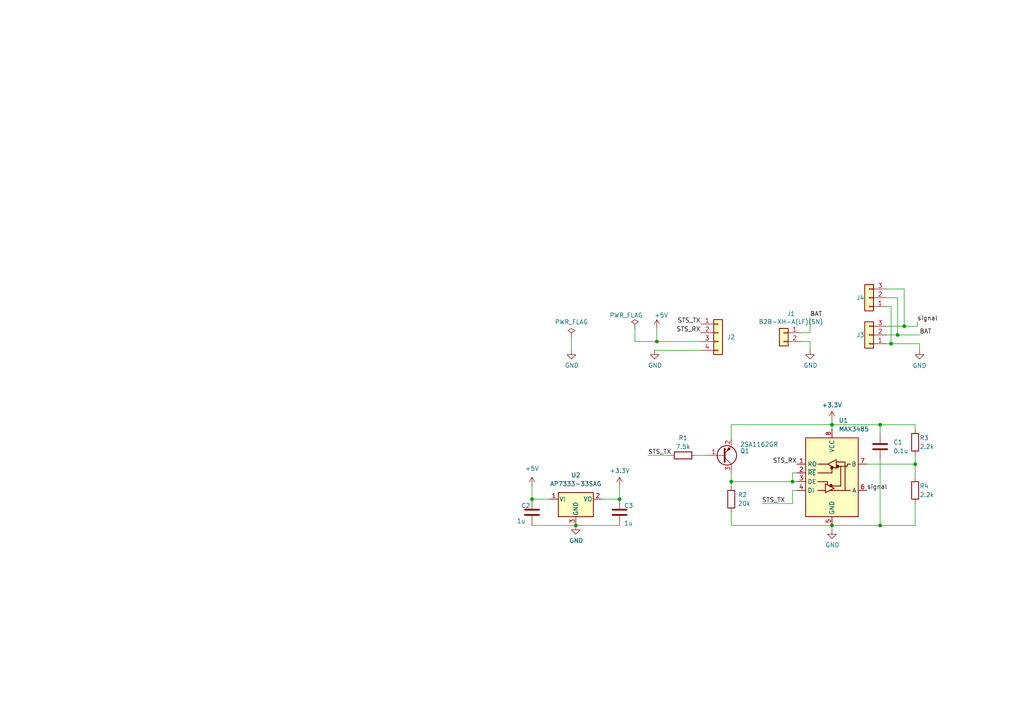
<source format=kicad_sch>
(kicad_sch (version 20230121) (generator eeschema)
  (paper "A4")
  (lib_symbols
    (symbol "Connector_Generic:Conn_01x02" (pin_names (offset 1.016) hide)
      (property "Reference" "J" (at 0 2.54 0))
      (property "Value" "Conn_01x02" (at 0 -5.08 0))
      (symbol "Conn_01x02_1_1"
        (rectangle (start -1.27 -2.413) (end 0 -2.667) (stroke (width 0.1524)))
        (rectangle (start -1.27 0.127) (end 0 -0.127) (stroke (width 0.1524)))
        (rectangle (start -1.27 1.27) (end 1.27 -3.81) (stroke (width 0.254)) (fill (type background)))
        (pin passive line (at -5.08 0 0) (length 3.81) (name "Pin_1") (number "1"))
        (pin passive line (at -5.08 -2.54 0) (length 3.81) (name "Pin_2") (number "2"))
      )
    )
    (symbol "Connector_Generic:Conn_01x03" (pin_names (offset 1.016) hide)
      (property "Reference" "J" (at 0 5.08 0))
      (property "Value" "Conn_01x03" (at 0 -5.08 0))
      (symbol "Conn_01x03_1_1"
        (rectangle (start -1.27 -2.413) (end 0 -2.667) (stroke (width 0.1524)))
        (rectangle (start -1.27 0.127) (end 0 -0.127) (stroke (width 0.1524)))
        (rectangle (start -1.27 2.667) (end 0 2.413) (stroke (width 0.1524)))
        (rectangle (start -1.27 3.81) (end 1.27 -3.81) (stroke (width 0.254)) (fill (type background)))
        (pin passive line (at -5.08 2.54 0) (length 3.81) (name "Pin_1") (number "1"))
        (pin passive line (at -5.08 0 0) (length 3.81) (name "Pin_2") (number "2"))
        (pin passive line (at -5.08 -2.54 0) (length 3.81) (name "Pin_3") (number "3"))
      )
    )
    (symbol "Connector_Generic:Conn_01x04" (pin_names (offset 1.016) hide)
      (property "Reference" "J" (at 0 5.08 0))
      (property "Value" "Conn_01x04" (at 0 -7.62 0))
      (symbol "Conn_01x04_1_1"
        (rectangle (start -1.27 -4.953) (end 0 -5.207) (stroke (width 0.1524)))
        (rectangle (start -1.27 -2.413) (end 0 -2.667) (stroke (width 0.1524)))
        (rectangle (start -1.27 0.127) (end 0 -0.127) (stroke (width 0.1524)))
        (rectangle (start -1.27 2.667) (end 0 2.413) (stroke (width 0.1524)))
        (rectangle (start -1.27 3.81) (end 1.27 -6.35) (stroke (width 0.254)) (fill (type background)))
        (pin passive line (at -5.08 2.54 0) (length 3.81) (name "Pin_1") (number "1"))
        (pin passive line (at -5.08 0 0) (length 3.81) (name "Pin_2") (number "2"))
        (pin passive line (at -5.08 -2.54 0) (length 3.81) (name "Pin_3") (number "3"))
        (pin passive line (at -5.08 -5.08 0) (length 3.81) (name "Pin_4") (number "4"))
      )
    )
    (symbol "Device:C" (pin_numbers hide) (pin_names (offset 0.254))
      (property "Reference" "C" (at 0.635 2.54 0))
      (property "Value" "C" (at 0.635 -2.54 0))
      (symbol "C_0_1"
        (polyline (pts (xy -2.032 -0.762) (xy 2.032 -0.762)) (stroke (width 0.508)))
        (polyline (pts (xy -2.032 0.762) (xy 2.032 0.762)) (stroke (width 0.508)))
      )
      (symbol "C_1_1"
        (pin passive line (at 0 3.81 270) (length 2.794) (name "~") (number "1"))
        (pin passive line (at 0 -3.81 90) (length 2.794) (name "~") (number "2"))
      )
    )
    (symbol "Device:R" (pin_numbers hide) (pin_names (offset 0))
      (property "Reference" "R" (at 2.032 0 90))
      (property "Value" "R" (at 0 0 90))
      (symbol "R_0_1"
        (rectangle (start -1.016 -2.54) (end 1.016 2.54) (stroke (width 0.254)))
      )
      (symbol "R_1_1"
        (pin passive line (at 0 3.81 270) (length 1.27) (name "~") (number "1"))
        (pin passive line (at 0 -3.81 90) (length 1.27) (name "~") (number "2"))
      )
    )
    (symbol "Interface_UART:MAX3485"
      (property "Reference" "U" (at -6.096 11.43 0))
      (property "Value" "MAX3485" (at 0.762 11.43 0))
      (symbol "MAX3485_0_1"
        (rectangle (start -7.62 10.16) (end 7.62 -12.7) (stroke (width 0.254)) (fill (type background)))
        (circle (center -0.3048 -3.683) (radius 0.3556) (stroke (width 0.254)) (fill (type outline)))
        (circle (center -0.0254 1.4986) (radius 0.3556) (stroke (width 0.254)) (fill (type outline)))
        (polyline (pts (xy -4.064 -5.08) (xy -1.905 -5.08)) (stroke (width 0.254)))
        (polyline (pts (xy -4.064 2.54) (xy -1.27 2.54)) (stroke (width 0.254)))
        (polyline (pts (xy -1.27 -3.2004) (xy -1.27 -3.4544)) (stroke (width 0.254)))
        (polyline (pts (xy -0.635 -5.08) (xy 5.334 -5.08)) (stroke (width 0.254)))
        (polyline (pts (xy -4.064 -2.54) (xy -1.27 -2.54) (xy -1.27 -3.175)) (stroke (width 0.254)))
        (polyline (pts (xy 0 1.27) (xy 0 0) (xy -4.064 0)) (stroke (width 0.254)))
        (polyline (pts (xy 1.27 3.175) (xy 3.81 3.175) (xy 3.81 -5.08)) (stroke (width 0.254)))
        (polyline (pts (xy 2.54 1.905) (xy 2.54 -3.81) (xy 0 -3.81)) (stroke (width 0.254)))
        (polyline (pts (xy -1.905 -3.175) (xy -1.905 -5.715) (xy 0.635 -4.445) (xy -1.905 -3.175)) (stroke (width 0.254)))
        (polyline (pts (xy -1.27 2.54) (xy 1.27 3.81) (xy 1.27 1.27) (xy -1.27 2.54)) (stroke (width 0.254)))
        (polyline (pts (xy 1.905 1.905) (xy 4.445 1.905) (xy 4.445 2.54) (xy 5.334 2.54)) (stroke (width 0.254)))
        (rectangle (start 1.27 3.175) (end 1.27 3.175))
        (circle (center 1.651 1.905) (radius 0.3556) (stroke (width 0.254)) (fill (type outline)))
      )
      (symbol "MAX3485_1_1"
        (pin output line (at -10.16 2.54 0) (length 2.54) (name "RO") (number "1"))
        (pin input line (at -10.16 0 0) (length 2.54) (name "~{RE}") (number "2"))
        (pin input line (at -10.16 -2.54 0) (length 2.54) (name "DE") (number "3"))
        (pin input line (at -10.16 -5.08 0) (length 2.54) (name "DI") (number "4"))
        (pin power_in line (at 0 -15.24 90) (length 2.54) (name "GND") (number "5"))
        (pin bidirectional line (at 10.16 -5.08 180) (length 2.54) (name "A") (number "6"))
        (pin bidirectional line (at 10.16 2.54 180) (length 2.54) (name "B") (number "7"))
        (pin power_in line (at 0 12.7 270) (length 2.54) (name "VCC") (number "8"))
      )
    )
    (symbol "Regulator_Linear:AP7384-33SA" (pin_names (offset 0.254))
      (property "Reference" "U" (at -3.81 3.175 0))
      (property "Value" "AP7384-33SA" (at 0 3.175 0))
      (symbol "AP7384-33SA_0_1"
        (rectangle (start -5.08 1.905) (end 5.08 -5.08) (stroke (width 0.254)) (fill (type background)))
      )
      (symbol "AP7384-33SA_1_1"
        (pin power_in line (at -7.62 0 0) (length 2.54) (name "VI") (number "1"))
        (pin power_out line (at 7.62 0 180) (length 2.54) (name "VO") (number "2"))
        (pin power_in line (at 0 -7.62 90) (length 2.54) (name "GND") (number "3"))
      )
    )
    (symbol "bsl_symbols:2SA1162" (pin_names (offset 0) hide)
      (property "Reference" "Q" (at 5.08 1.905 0))
      (property "Value" "2SA1162GR" (at 5.08 0 0))
      (symbol "2SA1162_0_1"
        (polyline (pts (xy 0 0) (xy 0.635 0)))
        (polyline (pts (xy 2.54 -2.54) (xy 0.635 -0.635)))
        (polyline (pts (xy 2.54 2.54) (xy 0.635 0.635)))
        (polyline (pts (xy 0.635 1.905) (xy 0.635 -1.905) (xy 0.635 -1.905)) (stroke (width 0.508)) (fill (type outline)))
        (polyline (pts (xy 1.778 -2.286) (xy 2.286 -1.778) (xy 1.27 -1.27) (xy 1.778 -2.286) (xy 1.778 -2.286)) (fill (type outline)))
      )
      (symbol "2SA1162_1_1"
        (circle (center 1.27 0) (radius 2.8194) (stroke (width 0.254)))
        (pin input line (at -5.08 0 0) (length 5.08) (name "B") (number "1"))
        (pin passive line (at 2.54 -5.08 90) (length 2.54) (name "E") (number "2"))
        (pin passive line (at 2.54 5.08 270) (length 2.54) (name "C") (number "3"))
      )
    )
    (symbol "power:+3.3V" (power) (pin_names (offset 0))
      (property "Value" "+3.3V" (at 0 3.556 0))
      (symbol "+3.3V_0_1"
        (polyline (pts (xy -0.762 1.27) (xy 0 2.54)))
        (polyline (pts (xy 0 0) (xy 0 2.54)))
        (polyline (pts (xy 0 2.54) (xy 0.762 1.27)))
      )
      (symbol "+3.3V_1_1"
        (pin power_in line (at 0 0 90) (length 0) hide (name "+3.3V") (number "1"))
      )
    )
    (symbol "power:+5V" (power) (pin_names (offset 0))
      (property "Value" "+5V" (at 0 3.556 0))
      (symbol "+5V_0_1"
        (polyline (pts (xy -0.762 1.27) (xy 0 2.54)))
        (polyline (pts (xy 0 0) (xy 0 2.54)))
        (polyline (pts (xy 0 2.54) (xy 0.762 1.27)))
      )
      (symbol "+5V_1_1"
        (pin power_in line (at 0 0 90) (length 0) hide (name "+5V") (number "1"))
      )
    )
    (symbol "power:GND" (power) (pin_names (offset 0))
      (property "Value" "GND" (at 0 -3.81 0))
      (symbol "GND_0_1"
        (polyline (pts (xy 0 0) (xy 0 -1.27) (xy 1.27 -1.27) (xy 0 -2.54) (xy -1.27 -1.27) (xy 0 -1.27)))
      )
      (symbol "GND_1_1"
        (pin power_in line (at 0 0 270) (length 0) hide (name "GND") (number "1"))
      )
    )
    (symbol "power:PWR_FLAG" (power) (pin_numbers hide) (pin_names (offset 0) hide)
      (property "Value" "PWR_FLAG" (at 0 3.81 0))
      (symbol "PWR_FLAG_0_0"
        (pin power_out line (at 0 0 90) (length 0) (name "pwr") (number "1"))
      )
      (symbol "PWR_FLAG_0_1"
        (polyline (pts (xy 0 0) (xy 0 1.27) (xy -1.016 1.905) (xy 0 2.54) (xy 1.016 1.905) (xy 0 1.27)))
      )
    )
  )
  (junction (at 262.255 94.615))
  (junction (at 255.27 123.19))
  (junction (at 241.3 123.19))
  (junction (at 255.27 152.4))
  (junction (at 241.3 152.4))
  (junction (at 212.09 139.7))
  (junction (at 179.705 144.78))
  (junction (at 154.305 144.78))
  (junction (at 260.35 97.155))
  (junction (at 265.43 134.62))
  (junction (at 258.445 99.695))
  (junction (at 229.87 139.7))
  (junction (at 167.005 152.4))
  (junction (at 190.5 99.06))
  (wire (pts (xy 241.3 123.19) (xy 241.3 124.46)))
  (wire (pts (xy 251.46 134.62) (xy 265.43 134.62)))
  (wire (pts (xy 241.3 152.4) (xy 241.3 153.67)))
  (wire (pts (xy 266.7 99.695) (xy 266.7 101.6)))
  (wire (pts (xy 234.95 99.06) (xy 234.95 101.6)))
  (wire (pts (xy 257.175 97.155) (xy 260.35 97.155)))
  (wire (pts (xy 201.93 132.08) (xy 204.47 132.08)))
  (wire (pts (xy 154.305 152.4) (xy 167.005 152.4)))
  (wire (pts (xy 258.445 99.695) (xy 266.7 99.695)))
  (wire (pts (xy 265.43 134.62) (xy 265.43 138.43)))
  (wire (pts (xy 265.43 146.05) (xy 265.43 152.4)))
  (wire (pts (xy 167.005 152.4) (xy 179.705 152.4)))
  (wire (pts (xy 241.3 123.19) (xy 212.09 123.19)))
  (wire (pts (xy 154.305 140.97) (xy 154.305 144.78)))
  (wire (pts (xy 257.175 83.82) (xy 262.255 83.82)))
  (wire (pts (xy 241.3 123.19) (xy 255.27 123.19)))
  (wire (pts (xy 212.09 152.4) (xy 241.3 152.4)))
  (wire (pts (xy 260.35 97.155) (xy 266.7 97.155)))
  (wire (pts (xy 257.175 94.615) (xy 262.255 94.615)))
  (wire (pts (xy 232.41 99.06) (xy 234.95 99.06)))
  (wire (pts (xy 190.5 95.25) (xy 190.5 99.06)))
  (wire (pts (xy 154.305 144.78) (xy 159.385 144.78)))
  (wire (pts (xy 257.175 88.9) (xy 258.445 88.9)))
  (wire (pts (xy 231.14 137.16) (xy 229.87 137.16)))
  (wire (pts (xy 255.27 152.4) (xy 265.43 152.4)))
  (wire (pts (xy 241.3 152.4) (xy 255.27 152.4)))
  (wire (pts (xy 255.27 123.19) (xy 255.27 125.73)))
  (wire (pts (xy 187.96 132.08) (xy 194.31 132.08)))
  (wire (pts (xy 190.5 99.06) (xy 203.2 99.06)))
  (wire (pts (xy 174.625 144.78) (xy 179.705 144.78)))
  (wire (pts (xy 241.3 121.92) (xy 241.3 123.19)))
  (wire (pts (xy 184.15 95.25) (xy 184.15 99.06)))
  (wire (pts (xy 262.255 83.82) (xy 262.255 94.615)))
  (wire (pts (xy 266.065 94.615) (xy 266.065 93.345)))
  (wire (pts (xy 229.87 139.7) (xy 231.14 139.7)))
  (wire (pts (xy 212.09 148.59) (xy 212.09 152.4)))
  (wire (pts (xy 212.09 139.7) (xy 229.87 139.7)))
  (wire (pts (xy 260.35 86.36) (xy 260.35 97.155)))
  (wire (pts (xy 232.41 96.52) (xy 234.95 96.52)))
  (wire (pts (xy 179.705 140.97) (xy 179.705 144.78)))
  (wire (pts (xy 257.175 86.36) (xy 260.35 86.36)))
  (wire (pts (xy 189.865 101.6) (xy 203.2 101.6)))
  (wire (pts (xy 220.98 146.05) (xy 229.87 146.05)))
  (wire (pts (xy 212.09 139.7) (xy 212.09 140.97)))
  (wire (pts (xy 229.87 142.24) (xy 231.14 142.24)))
  (wire (pts (xy 229.87 137.16) (xy 229.87 139.7)))
  (wire (pts (xy 258.445 88.9) (xy 258.445 99.695)))
  (wire (pts (xy 255.27 133.35) (xy 255.27 152.4)))
  (wire (pts (xy 165.735 97.79) (xy 165.735 101.6)))
  (wire (pts (xy 212.09 137.16) (xy 212.09 139.7)))
  (wire (pts (xy 262.255 94.615) (xy 266.065 94.615)))
  (wire (pts (xy 257.175 99.695) (xy 258.445 99.695)))
  (wire (pts (xy 255.27 123.19) (xy 265.43 123.19)))
  (wire (pts (xy 265.43 132.08) (xy 265.43 134.62)))
  (wire (pts (xy 234.95 92.075) (xy 234.95 96.52)))
  (wire (pts (xy 184.15 99.06) (xy 190.5 99.06)))
  (wire (pts (xy 212.09 123.19) (xy 212.09 127)))
  (wire (pts (xy 229.87 146.05) (xy 229.87 142.24)))
  (wire (pts (xy 265.43 123.19) (xy 265.43 124.46)))
  (label "STS_RX" (at 203.2 96.52 180))
  (label "BAT" (at 266.7 97.155 0))
  (label "STS_RX" (at 231.14 134.62 180))
  (label "signal" (at 266.065 93.345 0))
  (label "STS_TX" (at 220.98 146.05 0))
  (label "signal" (at 251.46 142.24 0))
  (label "STS_TX" (at 187.96 132.08 0))
  (label "BAT" (at 234.95 92.075 0))
  (label "STS_TX" (at 203.2 93.98 180))
  (symbol (lib_id "bsl_symbols:2SA1162") (at 209.55 132.08 0) (mirror x) (unit 1)
    (property "Reference" "Q1" (at 214.63 130.81 0) (effects (justify left)))
    (property "Value" "2SA1162GR" (at 214.63 128.905 0) (effects (justify left)))
    (property "Footprint" "Package_TO_SOT_SMD:SC-59_Handsoldering" (effects hide))
    (property "Datasheet" "https://akizukidenshi.com/download/2SA1162GR.pdf" (effects hide))
  )
  (symbol (lib_id "power:+3.3V") (at 179.705 140.97 0) (unit 1)
    (property "Reference" "#PWR01" (effects hide))
    (property "Value" "+3.3V" (at 179.705 136.525 0))
  )
  (symbol (lib_id "Regulator_Linear:AP7384-33SA") (at 167.005 144.78 0) (unit 1)
    (property "Reference" "U2" (at 167.005 137.795 0))
    (property "Value" "AP7333-33SAG" (at 167.005 140.335 0))
    (property "Footprint" "Package_TO_SOT_SMD:SOT-23" (effects hide))
    (property "Datasheet" "https://www.diodes.com/assets/Datasheets/AP7384.pdf" (effects hide))
  )
  (symbol (lib_id "power:GND") (at 241.3 153.67 0) (unit 1)
    (property "Reference" "#PWR02" (effects hide))
    (property "Value" "GND" (at 241.427 158.0642 0))
  )
  (symbol (lib_id "Device:C") (at 154.305 148.59 0) (unit 1)
    (property "Reference" "C2" (at 151.13 146.685 0) (effects (justify left)))
    (property "Value" "1u" (at 149.86 151.13 0) (effects (justify left)))
    (property "Footprint" "Capacitor_SMD:C_0603_1608Metric_Pad1.08x0.95mm_HandSolder" (effects hide))
  )
  (symbol (lib_id "Device:C") (at 179.705 148.59 0) (unit 1)
    (property "Reference" "C3" (at 180.975 146.685 0) (effects (justify left)))
    (property "Value" "1u" (at 180.975 151.765 0) (effects (justify left)))
    (property "Footprint" "Capacitor_SMD:C_0603_1608Metric_Pad1.08x0.95mm_HandSolder" (effects hide))
  )
  (symbol (lib_id "Device:R") (at 212.09 144.78 180) (unit 1)
    (property "Reference" "R2" (at 213.995 143.51 0) (effects (justify right)))
    (property "Value" "20k" (at 213.995 146.05 0) (effects (justify right)))
    (property "Footprint" "Resistor_SMD:R_0603_1608Metric_Pad0.98x0.95mm_HandSolder" (effects hide))
  )
  (symbol (lib_id "power:GND") (at 167.005 152.4 0) (unit 1)
    (property "Reference" "#PWR07" (effects hide))
    (property "Value" "GND" (at 167.132 156.7942 0))
  )
  (symbol (lib_id "power:GND") (at 189.865 101.6 0) (unit 1)
    (property "Reference" "#PWR06" (effects hide))
    (property "Value" "GND" (at 189.992 105.9942 0))
  )
  (symbol (lib_id "Device:R") (at 198.12 132.08 90) (unit 1)
    (property "Reference" "R1" (at 198.12 127 90))
    (property "Value" "7.5k" (at 198.12 129.54 90))
    (property "Footprint" "Resistor_SMD:R_0603_1608Metric_Pad0.98x0.95mm_HandSolder" (effects hide))
  )
  (symbol (lib_id "Interface_UART:MAX3485") (at 241.3 137.16 0) (unit 1)
    (property "Reference" "U1" (at 243.2559 121.92 0) (effects (justify left)))
    (property "Value" "MAX3485" (at 243.2559 124.46 0) (effects (justify left)))
    (property "Footprint" "Package_SO:SOP-8_3.9x4.9mm_P1.27mm" (effects hide))
    (property "Datasheet" "https://datasheets.maximintegrated.com/en/ds/MAX3483-MAX3491.pdf" (effects hide))
  )
  (symbol (lib_id "power:+5V") (at 190.5 95.25 0) (unit 1)
    (property "Reference" "#PWR010" (effects hide))
    (property "Value" "+5V" (at 191.77 91.44 0))
  )
  (symbol (lib_id "power:PWR_FLAG") (at 184.15 95.25 0) (unit 1)
    (property "Reference" "#FLG02" (effects hide))
    (property "Value" "PWR_FLAG" (at 181.61 91.44 0))
  )
  (symbol (lib_id "power:GND") (at 266.7 101.6 0) (unit 1)
    (property "Reference" "#PWR05" (effects hide))
    (property "Value" "GND" (at 266.7 106.045 0))
  )
  (symbol (lib_id "Device:R") (at 265.43 128.27 180) (unit 1)
    (property "Reference" "R3" (at 266.7 127 0) (effects (justify right)))
    (property "Value" "2.2k" (at 266.7 129.54 0) (effects (justify right)))
    (property "Footprint" "Resistor_SMD:R_0603_1608Metric_Pad0.98x0.95mm_HandSolder" (effects hide))
  )
  (symbol (lib_id "power:+5V") (at 154.305 140.97 0) (unit 1)
    (property "Reference" "#PWR09" (effects hide))
    (property "Value" "+5V" (at 154.305 135.89 0))
  )
  (symbol (lib_id "Connector_Generic:Conn_01x02") (at 227.33 96.52 0) (mirror y) (unit 1)
    (property "Reference" "J1" (at 229.4128 91.0082 0))
    (property "Value" "B2B-XH-A(LF)(SN)" (at 229.4128 93.3196 0))
    (property "Footprint" "Connector_JST:JST_XH_B2B-XH-A_1x02_P2.50mm_Vertical" (effects hide))
    (property "URL" "https://akizukidenshi.com/catalog/g/gC-12802/" (effects hide))
  )
  (symbol (lib_id "Device:C") (at 255.27 129.54 0) (unit 1)
    (property "Reference" "C1" (at 259.08 128.27 0) (effects (justify left)))
    (property "Value" "0.1u" (at 259.08 130.81 0) (effects (justify left)))
    (property "Footprint" "Capacitor_SMD:C_0603_1608Metric_Pad1.08x0.95mm_HandSolder" (effects hide))
  )
  (symbol (lib_id "Connector_Generic:Conn_01x03") (at 252.095 97.155 180) (unit 1)
    (property "Reference" "J3" (at 249.555 97.155 0))
    (property "Value" "22035035" (effects hide))
    (property "Footprint" "Connector_Molex:Molex_SPOX_5267-03A_1x03_P2.50mm_Vertical" (effects hide))
  )
  (symbol (lib_id "power:GND") (at 165.735 101.6 0) (unit 1)
    (property "Reference" "#PWR03" (effects hide))
    (property "Value" "GND" (at 165.862 105.9942 0))
  )
  (symbol (lib_id "power:GND") (at 234.95 101.6 0) (unit 1)
    (property "Reference" "#PWR04" (effects hide))
    (property "Value" "GND" (at 235.077 105.9942 0))
  )
  (symbol (lib_id "power:PWR_FLAG") (at 165.735 97.79 0) (unit 1)
    (property "Reference" "#FLG01" (effects hide))
    (property "Value" "PWR_FLAG" (at 165.735 93.3958 0))
  )
  (symbol (lib_id "Device:R") (at 265.43 142.24 180) (unit 1)
    (property "Reference" "R4" (at 266.7 140.97 0) (effects (justify right)))
    (property "Value" "2.2k" (at 266.7 143.51 0) (effects (justify right)))
    (property "Footprint" "Resistor_SMD:R_0603_1608Metric_Pad0.98x0.95mm_HandSolder" (effects hide))
  )
  (symbol (lib_id "Connector_Generic:Conn_01x04") (at 208.28 96.52 0) (unit 1)
    (property "Reference" "J2" (at 210.82 97.79 0) (effects (justify left)))
    (property "Value" "B4B-PH-K-S(LF)(SN)" (effects hide))
    (property "Footprint" "Connector_JST:JST_PH_B4B-PH-K_1x04_P2.00mm_Vertical" (effects hide))
  )
  (symbol (lib_id "Connector_Generic:Conn_01x03") (at 252.095 86.36 180) (unit 1)
    (property "Reference" "J4" (at 249.555 86.36 0))
    (property "Value" "22035035" (effects hide))
    (property "Footprint" "Connector_Molex:Molex_SPOX_5267-03A_1x03_P2.50mm_Vertical" (effects hide))
  )
  (symbol (lib_id "power:+3.3V") (at 241.3 121.92 0) (unit 1)
    (property "Reference" "#PWR08" (effects hide))
    (property "Value" "+3.3V" (at 241.3 117.475 0))
  )
)
</source>
